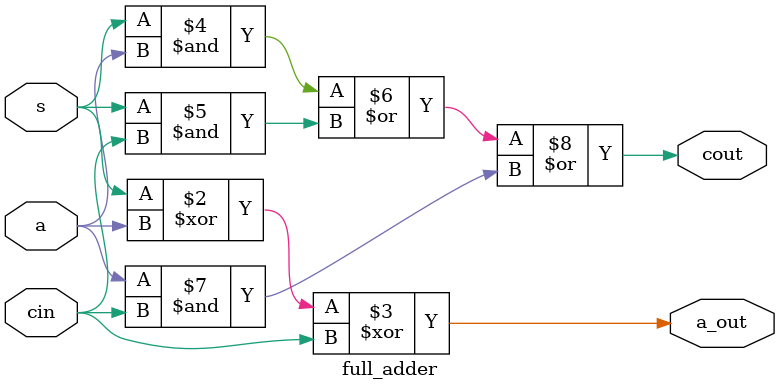
<source format=sv>
`timescale 1ns / 1ps


module multiplier(
    input logic [7:0] sw,
    input logic clk,
    input logic reset_load_clear,
    input logic run,
    
    output logic [3:0] hex_grid,
    output logic [7:0] hex_seg,
    output logic [7:0] a_val,
    output logic [7:0] b_val,
    output logic x_val
    );
    
    // local logic variables
    
    // buttons
    logic RLC_SH;
    logic Run_SH;
    
    // register data
    logic [8:0] XA;
    logic [7:0] B;
    
    // switch data
    logic [7:0] DIN_SH;
    
    // set outputs
    assign x_val = XA[8];
    assign a_val = XA[7:0];
    assign b_val = B;
    
    // more local variables
    logic A_out;
    logic B_out;
    logic Load_A_En;    // should come out of state machine
    logic Load_Sum_En;
    logic Shift_En;
    logic Add_En;
    logic Sub_En;
    logic RESET;
    logic [8:0] sum_out;
    logic cout;
    
	// Registers should be controlled by FSM
	
	// A_out should shift into B
	reg_9 reg_A (
		.clk            (clk), 
		.reset          (RESET),
        .Load_Data      (DIN_SH),
        .Load_En        (Load_A_En),
        .Load_Sum       (Load_Sum_En),
        .Sum            (sum_out),
		.Shift_En       (Shift_En),

		.Shift_Out      (A_out),  // output on shift
		.Data_Out       (XA)
	);
	
	reg_8 reg_B (
		.clk              (clk), 
		.reset            (RESET),
		.Shift_In       (A_out), 
		.Shift_En       (Shift_En),
		.D              (DIN_SH),

		.Shift_Out      (B_out),
		.Data_Out       (B)
	);
	
	hex_driver hex_main (
		.clk		(clk),
		.reset		(RESET),
		.in			({XA[7:4], XA[3:0], B[7:4], B[3:0]}),
		.hex_seg	(hex_seg),
		.hex_grid	(hex_grid)
	);
	
	ripple_adder adder (
	   .s (DIN_SH),
	   .a (XA),
	   .cin (1'b0),
	   .add (Add_En),
	   .sub (Sub_En),
	   
	   .a_out (sum_out),
	   .cout (cout)
   );
	
	control_unit state_machine  (
	   .clk (clk),
	   .rlc (RLC_SH),
	   .run (Run_SH),
	   .B    (B),
	   
	   .shift_en (Shift_En),   // output to registesr
	   .add_en   (Add_En),     // output to adder
	   .sub_en   (Sub_En),     // output to adder
	   .load_sum (Load_Sum_En),
	   .reset    (RESET)
	);

    // debouncing for all relevant inputs  
    sync_debounce button_sync [1:0] (
		.clk  (clk),

		.d    ({reset_load_clear, run}),
		.q    ({RLC_SH, Run_SH})
	);
	
	sync_debounce Din_sync [7:0] (
		.clk  (clk),

		.d    (sw),
		.q    (DIN_SH)
	);
	
	
    
endmodule

module full_adder (
   input logic s,
   input logic a,
   input logic cin,
   
   output logic a_out,
   output logic cout
);
    always_comb begin
        a_out <= s ^ a ^ cin;
        cout <= (s & a) | (s & cin) | (a & cin);
    end
endmodule
</source>
